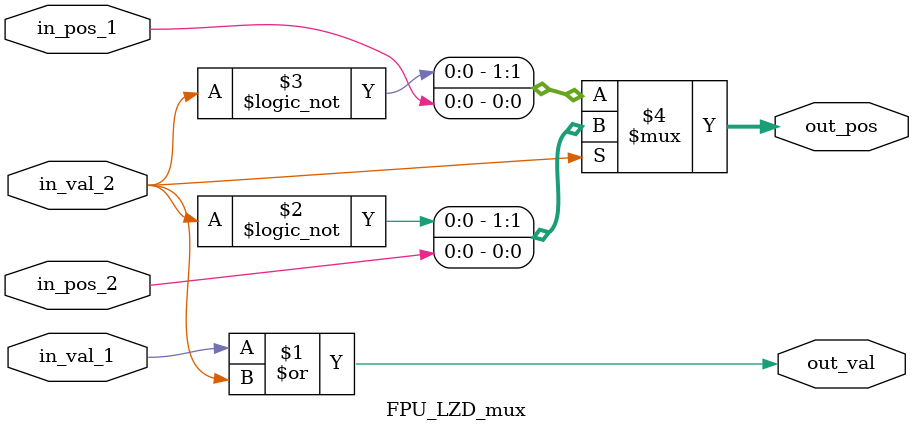
<source format=v>
module FPU_LZD_mux  (in_pos_1, in_val_1, in_pos_2, in_val_2, out_pos, out_val);

//Position of MSB set will be termed as P2
//Position of LSB set will be termed as P1 

parameter layer = 1;

input [layer-1 : 0] in_pos_1, in_pos_2;
input in_val_1, in_val_2;

output [layer : 0]out_pos;
output out_val;

assign out_val = in_val_1 | in_val_2;
assign out_pos = in_val_2 ? {!in_val_2, in_pos_2} : {!in_val_2, in_pos_1} ; 

endmodule

</source>
